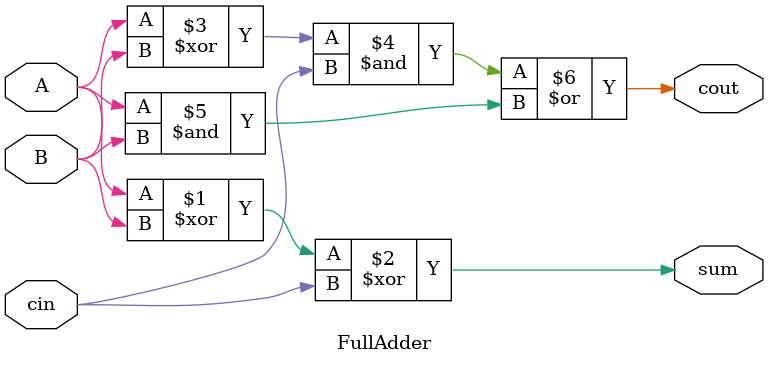
<source format=v>
`timescale 1ns / 1ps


module FullAdder( input A , input B , input cin , output sum , output cout );
assign sum = (A ^ B)^ cin; 
assign cout = ((A ^ B )& cin ) |(A & B );
endmodule

</source>
